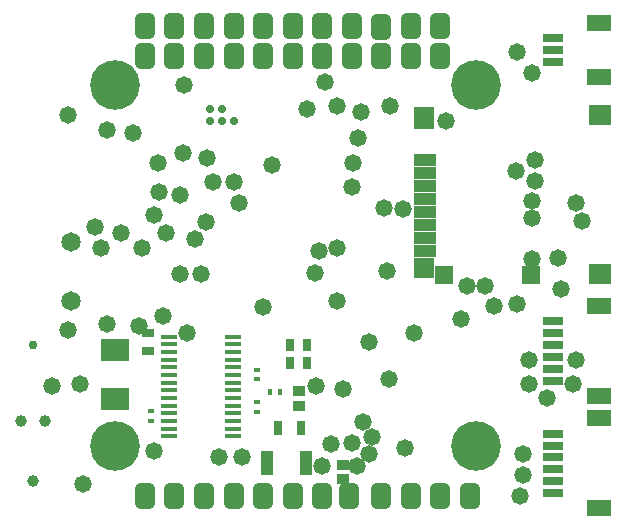
<source format=gbs>
G04*
G04 #@! TF.GenerationSoftware,Altium Limited,Altium Designer,23.4.1 (23)*
G04*
G04 Layer_Color=16711935*
%FSLAX44Y44*%
%MOMM*%
G71*
G04*
G04 #@! TF.SameCoordinates,E8E7B276-8895-4430-90FA-F2E57970A6A3*
G04*
G04*
G04 #@! TF.FilePolarity,Negative*
G04*
G01*
G75*
%ADD37R,0.7500X1.0000*%
%ADD38R,1.1000X2.0500*%
%ADD52R,0.7000X1.3000*%
%ADD53R,0.5000X0.4000*%
%ADD54R,0.4000X0.5000*%
%ADD57C,0.7032*%
%ADD65R,1.7532X0.8032*%
%ADD66R,2.0032X1.4032*%
%ADD80C,0.9910*%
%ADD81C,1.6532*%
%ADD82C,0.7500*%
%ADD83C,4.2032*%
G04:AMPARAMS|DCode=84|XSize=1.7272mm|YSize=2.2032mm|CornerRadius=0.4826mm|HoleSize=0mm|Usage=FLASHONLY|Rotation=0.000|XOffset=0mm|YOffset=0mm|HoleType=Round|Shape=RoundedRectangle|*
%AMROUNDEDRECTD84*
21,1,1.7272,1.2380,0,0,0.0*
21,1,0.7620,2.2032,0,0,0.0*
1,1,0.9652,0.3810,-0.6190*
1,1,0.9652,-0.3810,-0.6190*
1,1,0.9652,-0.3810,0.6190*
1,1,0.9652,0.3810,0.6190*
%
%ADD84ROUNDEDRECTD84*%
%ADD85C,1.4732*%
%ADD100R,1.0000X0.7500*%
%ADD101R,1.4000X0.3800*%
%ADD102R,2.4000X1.9000*%
%ADD103R,1.9032X1.7032*%
%ADD104R,1.7032X1.9032*%
%ADD105R,1.8832X1.0032*%
%ADD106R,1.7032X1.8032*%
%ADD107R,1.6032X1.4932*%
%ADD108R,1.5032X1.4932*%
%ADD109R,1.0532X0.9032*%
D37*
X147500Y84999D02*
D03*
X162500D02*
D03*
X147500Y70000D02*
D03*
X162500D02*
D03*
D38*
X128500Y-15000D02*
D03*
X161499D02*
D03*
D52*
X137999Y15000D02*
D03*
X156999D02*
D03*
D53*
X120000Y56000D02*
D03*
Y64000D02*
D03*
X120000Y28500D02*
D03*
Y36500D02*
D03*
X30000Y21000D02*
D03*
Y29000D02*
D03*
D54*
X131000Y45000D02*
D03*
X139000D02*
D03*
D57*
X100000Y275000D02*
D03*
X90000Y285000D02*
D03*
Y275000D02*
D03*
X80000Y285000D02*
D03*
Y275000D02*
D03*
D65*
X370500Y-40000D02*
D03*
Y-30000D02*
D03*
Y-20000D02*
D03*
Y0D02*
D03*
Y10000D02*
D03*
Y-10000D02*
D03*
X370500Y345000D02*
D03*
Y325000D02*
D03*
Y335000D02*
D03*
Y55000D02*
D03*
Y65000D02*
D03*
Y75000D02*
D03*
Y95000D02*
D03*
Y105000D02*
D03*
Y85000D02*
D03*
D66*
X409250Y-53000D02*
D03*
Y23000D02*
D03*
X409250Y312000D02*
D03*
Y358000D02*
D03*
Y42000D02*
D03*
Y118000D02*
D03*
D80*
X-70000Y-30400D02*
D03*
X-59840Y20400D02*
D03*
X-80160D02*
D03*
D81*
X-37500Y172500D02*
D03*
Y122500D02*
D03*
D82*
X-70000Y85000D02*
D03*
D83*
X0Y-0D02*
D03*
X305000Y305000D02*
D03*
Y-0D02*
D03*
X0Y305000D02*
D03*
D84*
X275000Y355000D02*
D03*
X275000Y330000D02*
D03*
X250000D02*
D03*
X250000Y355000D02*
D03*
X224999Y354080D02*
D03*
X225000Y330000D02*
D03*
X200000D02*
D03*
X200000Y354999D02*
D03*
X175000D02*
D03*
Y330000D02*
D03*
X150000D02*
D03*
Y354999D02*
D03*
X125000Y355000D02*
D03*
X100000Y330000D02*
D03*
Y354999D02*
D03*
X75000Y355000D02*
D03*
X75000Y330000D02*
D03*
X50000D02*
D03*
Y354999D02*
D03*
X25000Y355000D02*
D03*
Y330000D02*
D03*
X300000Y-42500D02*
D03*
X275000D02*
D03*
X250000D02*
D03*
X225000Y-42500D02*
D03*
X197500D02*
D03*
X175000D02*
D03*
X150000D02*
D03*
X125000D02*
D03*
X75000D02*
D03*
X50000D02*
D03*
X25000D02*
D03*
X125000Y330000D02*
D03*
X100000Y-42500D02*
D03*
D85*
X217500Y7500D02*
D03*
X210000Y20000D02*
D03*
X182294Y900D02*
D03*
X215000Y-7500D02*
D03*
X132500Y237500D02*
D03*
X243150Y200000D02*
D03*
X204600Y-17500D02*
D03*
X200000Y2200D02*
D03*
X175000Y-17500D02*
D03*
X377500Y132500D02*
D03*
X374855Y159145D02*
D03*
X320569Y117800D02*
D03*
X352500Y158250D02*
D03*
X55000Y212500D02*
D03*
X-17500Y185000D02*
D03*
X-12500Y167500D02*
D03*
X5000Y180000D02*
D03*
X-30000Y52500D02*
D03*
X77500Y243600D02*
D03*
X82500Y223400D02*
D03*
X100000D02*
D03*
X292500Y107500D02*
D03*
X280000Y274850D02*
D03*
X-27500Y-32500D02*
D03*
X207500Y282500D02*
D03*
X205000Y260000D02*
D03*
X105000Y205000D02*
D03*
X-7500Y102500D02*
D03*
X-40577Y97810D02*
D03*
X20000Y101400D02*
D03*
X76780Y189482D02*
D03*
X200802Y239398D02*
D03*
X200000Y219198D02*
D03*
X227135Y200730D02*
D03*
X245000Y-2500D02*
D03*
X36850Y214647D02*
D03*
X40000Y110000D02*
D03*
X125000Y117500D02*
D03*
X187537Y122143D02*
D03*
X187500Y167500D02*
D03*
X168919Y146419D02*
D03*
X172500Y165000D02*
D03*
X232500Y287500D02*
D03*
X365000Y40000D02*
D03*
X387500Y52500D02*
D03*
X177500Y307500D02*
D03*
X390000Y205000D02*
D03*
X395000Y190000D02*
D03*
X340000Y333257D02*
D03*
X352500Y315000D02*
D03*
X355531Y224169D02*
D03*
X352500Y206969D02*
D03*
X339496Y232052D02*
D03*
X355000Y241550D02*
D03*
X390000Y72500D02*
D03*
X352500Y192500D02*
D03*
X32500Y195000D02*
D03*
X42509Y180347D02*
D03*
X231588Y55912D02*
D03*
X22500Y167500D02*
D03*
X162500Y285000D02*
D03*
X169550Y50457D02*
D03*
X192650Y47980D02*
D03*
X-54043Y50621D02*
D03*
X60430Y95519D02*
D03*
X57824Y305153D02*
D03*
X350000Y72500D02*
D03*
X345000Y-25000D02*
D03*
Y-7500D02*
D03*
X342500Y-42500D02*
D03*
X350000Y52500D02*
D03*
X215000Y87500D02*
D03*
X32500Y-5000D02*
D03*
X-40000Y280000D02*
D03*
X15000Y265000D02*
D03*
X-7500Y267500D02*
D03*
X57331Y247331D02*
D03*
X36419Y238919D02*
D03*
X252500Y95000D02*
D03*
X312500Y135000D02*
D03*
X297669Y135169D02*
D03*
X340000Y120000D02*
D03*
X230000Y147500D02*
D03*
X72500Y145000D02*
D03*
X107500Y-10000D02*
D03*
X87500D02*
D03*
X67500Y175000D02*
D03*
X55000Y145000D02*
D03*
X187500Y287500D02*
D03*
D100*
X27500Y80000D02*
D03*
Y95000D02*
D03*
D101*
X99300Y40250D02*
D03*
Y66250D02*
D03*
Y59750D02*
D03*
X45700Y7750D02*
D03*
Y14250D02*
D03*
Y85750D02*
D03*
Y92250D02*
D03*
X99300D02*
D03*
Y85750D02*
D03*
Y14250D02*
D03*
Y7750D02*
D03*
Y20750D02*
D03*
Y27250D02*
D03*
Y33750D02*
D03*
Y46750D02*
D03*
Y53250D02*
D03*
Y72750D02*
D03*
Y79250D02*
D03*
X45700D02*
D03*
Y72750D02*
D03*
Y66250D02*
D03*
Y59750D02*
D03*
Y53250D02*
D03*
Y46750D02*
D03*
Y40250D02*
D03*
Y33750D02*
D03*
Y27250D02*
D03*
Y20750D02*
D03*
D102*
X1Y39500D02*
D03*
Y80501D02*
D03*
D103*
X410000Y280000D02*
D03*
Y145000D02*
D03*
D104*
X261500Y277000D02*
D03*
D105*
X262400Y186500D02*
D03*
Y164500D02*
D03*
Y175500D02*
D03*
Y197500D02*
D03*
Y208500D02*
D03*
Y219500D02*
D03*
Y230500D02*
D03*
Y241500D02*
D03*
D106*
X261500Y150400D02*
D03*
D107*
X352000Y143950D02*
D03*
D108*
X278000D02*
D03*
D109*
X155000Y46250D02*
D03*
Y33750D02*
D03*
X192500Y-16250D02*
D03*
Y-28750D02*
D03*
M02*

</source>
